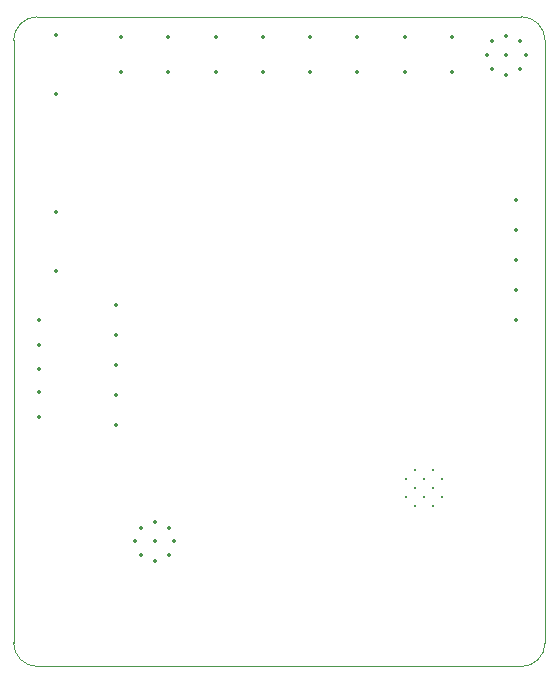
<source format=gbr>
%TF.GenerationSoftware,KiCad,Pcbnew,8.0.4*%
%TF.CreationDate,2024-09-21T14:55:01-03:00*%
%TF.ProjectId,DongleALIVEv2.0,446f6e67-6c65-4414-9c49-564576322e30,2.0*%
%TF.SameCoordinates,Original*%
%TF.FileFunction,Profile,NP*%
%FSLAX46Y46*%
G04 Gerber Fmt 4.6, Leading zero omitted, Abs format (unit mm)*
G04 Created by KiCad (PCBNEW 8.0.4) date 2024-09-21 14:55:01*
%MOMM*%
%LPD*%
G01*
G04 APERTURE LIST*
%TA.AperFunction,Profile*%
%ADD10C,0.050000*%
%TD*%
%ADD11C,0.350000*%
%ADD12C,0.300000*%
G04 APERTURE END LIST*
D10*
X199077890Y-69763886D02*
G75*
G02*
X201079014Y-71764941I-190J-2001314D01*
G01*
X201080000Y-122768945D02*
G75*
G02*
X199078945Y-124770000I-2001100J45D01*
G01*
X201078945Y-71764941D02*
X201078945Y-122768945D01*
X158080000Y-124770000D02*
G75*
G02*
X156079000Y-122768945I0J2001000D01*
G01*
X158080000Y-69763903D02*
X199077890Y-69763903D01*
X156078945Y-71764958D02*
G75*
G02*
X158080000Y-69763845I2001155J-42D01*
G01*
X156078945Y-122768945D02*
X156078945Y-71764958D01*
X199078945Y-124770000D02*
X158080000Y-124770000D01*
D11*
X164710000Y-104300000D03*
X164710000Y-101760000D03*
X164710000Y-99220000D03*
X164710000Y-96680000D03*
X164710000Y-94140000D03*
X158210000Y-95450000D03*
X158210000Y-103650000D03*
X158210000Y-97550000D03*
X158210000Y-99550000D03*
X158210000Y-101550000D03*
X166380000Y-114180000D03*
X166863274Y-113013274D03*
X166863274Y-115346726D03*
X168030000Y-112530000D03*
X168030000Y-114180000D03*
X168030000Y-115830000D03*
X169196726Y-113013274D03*
X169196726Y-115346726D03*
X169680000Y-114180000D03*
X193180000Y-71460000D03*
X189180000Y-71460000D03*
X185180000Y-71460000D03*
X181180000Y-71460000D03*
X177180000Y-71460000D03*
X173180000Y-71460000D03*
X169180000Y-71460000D03*
X165180000Y-71460000D03*
X193180000Y-74460000D03*
X189180000Y-74460000D03*
X185180000Y-74460000D03*
X181180000Y-74460000D03*
X177180000Y-74460000D03*
X173180000Y-74460000D03*
X169180000Y-74460000D03*
X165180000Y-74460000D03*
X196140000Y-73020000D03*
X196623274Y-71853274D03*
X196623274Y-74186726D03*
X197790000Y-71370000D03*
X197790000Y-73020000D03*
X197790000Y-74670000D03*
X198956726Y-71853274D03*
X198956726Y-74186726D03*
X199440000Y-73020000D03*
D12*
X192365000Y-110417500D03*
X192365000Y-108892500D03*
X191602500Y-111180000D03*
X191602500Y-109655000D03*
X191602500Y-108130000D03*
X190840000Y-110417500D03*
X190840000Y-108892500D03*
X190077500Y-111180000D03*
X190077500Y-109655000D03*
X190077500Y-108130000D03*
X189315000Y-110417500D03*
X189315000Y-108892500D03*
D11*
X159650000Y-71300000D03*
X159650000Y-76300000D03*
X159650000Y-86300000D03*
X159650000Y-91300000D03*
X198630000Y-85300000D03*
X198630000Y-87840000D03*
X198630000Y-90380000D03*
X198630000Y-92920000D03*
X198630000Y-95460000D03*
M02*

</source>
